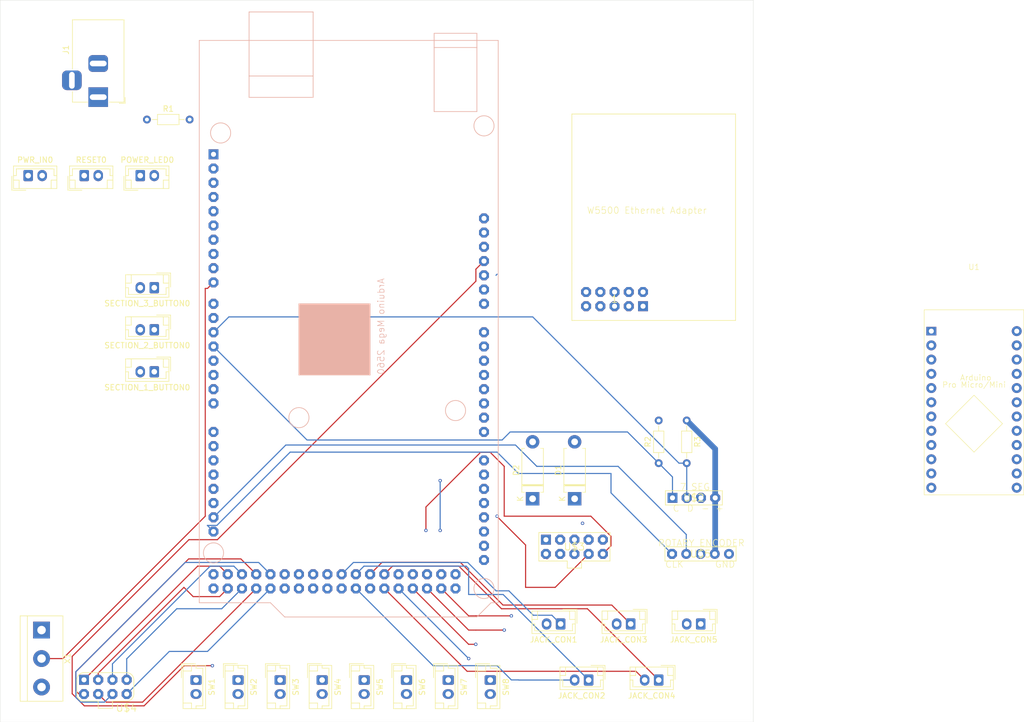
<source format=kicad_pcb>
(kicad_pcb (version 20240108) (generator "pcbnew") (generator_version "8.0")
  (layers (0 "F.Cu" signal) (1 "In1.Cu" signal) (2 "In2.Cu" signal) (31 "B.Cu" signal) (34 "B.Paste" user) (35 "F.Paste" user) (36 "B.SilkS" user "B.Silkscreen") (37 "F.SilkS" user "F.Silkscreen") (38 "B.Mask" user) (39 "F.Mask" user) (44 "Edge.Cuts" user))
  (net 0 "")
  (net 1 "/5V")
  (net 2 "Net-(D1-K)")
  (net 3 "Net-(D2-K)")
  (net 4 "/3V3")
  (net 5 "/RAW_IN")
  (net 7 "GND")
  (net 8 "Net-(JACK_CON1A-S)")
  (net 9 "Net-(JACK_CON1B-S)")
  (net 10 "Net-(JACK_CON2B-S)")
  (net 11 "Net-(JACK_CON2A-S)")
  (net 12 "Net-(JACK_CON3A-S)")
  (net 13 "Net-(JACK_CON3B-S)")
  (net 14 "Net-(JACK_CON4A-S)")
  (net 15 "Net-(JACK_CON4B-S)")
  (net 16 "Net-(JACK_CON5B-S)")
  (net 17 "Net-(JACK_CON5A-S)")
  (net 18 "Net-(POWER_LED0B-S)")
  (net 19 "Net-(R2-Pad1)")
  (net 20 "Net-(R3-Pad2)")
  (net 21 "/RESET")
  (net 22 "Net-(SECTION_1_BUTTON0A-KL)")
  (net 23 "Net-(SECTION_2_BUTTON0A-KL)")
  (net 24 "Net-(SECTION_3_BUTTON0A-KL)")
  (net 25 "Net-(SW1A-S)")
  (net 26 "Net-(SW2A-S)")
  (net 27 "Net-(SW3A-S)")
  (net 28 "Net-(SW4A-S)")
  (net 29 "Net-(SW5A-S)")
  (net 30 "Net-(SW6A-S)")
  (net 31 "Net-(SW7A-S)")
  (net 32 "Net-(SW8A-S)")
  (net 38 "Net-(U1-TXD)")
  (net 39 "/SCK")
  (net 41 "/MOSI")
  (net 45 "/D48")
  (net 48 "/D21")
  (net 49 "Net-(U$1-5V-Pad5V@1)")
  (net 50 "/D53")
  (net 51 "Net-(U$1-PadD25)")
  (net 52 "/D29")
  (net 53 "/MISO")
  (net 55 "Net-(U$1-PadD20)")
  (net 56 "Net-(U$1-PadD28)")
  (net 61 "/D2")
  (net 63 "Net-(U$1-PadD26)")
  (net 64 "Net-(U$1-PadD24)")
  (net 66 "Net-(U$1-PadD49)")
  (net 67 "Net-(U$1-PadD22)")
  (net 68 "Net-(U$1-PadD23)")
  (net 69 "Net-(X1B-KL)")
  (net 83 "Net-(U$1-PadD27)")
  (net 87 "Net-(U1-RXI)")
  (net 102 "Net-(U1-10)")
  (net 103 "Net-(U1-11)")
  (net 104 "Net-(U1-13)")
  (net 105 "Net-(U1-12)")
  (footprint "main:7_SEG_DISPLAY" (layer "F.Cu") (at 188.77 125)
    (property "Reference" "U$2")
    (property "Value" "7_SEG_DISPLAY")
  )
  (footprint "Connector_BarrelJack:BarrelJack_Horizontal" (layer "F.Cu") (at 82.5 53.5 -90)
    (property "Reference" "J1")
    (property "Value" "DCJ0303")
  )
  (footprint "Connector_JST:JST_EH_B2B-EH-A_1x02_P2.50mm_Vertical" (layer "F.Cu") (at 137.5 157.5 -90)
    (property "Reference" "SW6")
    (property "Value" "L02P")
  )
  (footprint "Connector_JST:JST_EH_B2B-EH-A_1x02_P2.50mm_Vertical" (layer "F.Cu") (at 122.45 157.5 -90)
    (property "Reference" "SW4")
    (property "Value" "L02P")
  )
  (footprint "Connector_JST:JST_EH_B2B-EH-A_1x02_P2.50mm_Vertical" (layer "F.Cu") (at 99.95 157.5 -90)
    (property "Reference" "SW1")
    (property "Value" "L02P")
  )
  (footprint "Resistor_THT:R_Axial_DIN0204_L3.6mm_D1.6mm_P7.62mm_Horizontal" (layer "F.Cu") (at 182.5 118.81 90)
    (property "Reference" "R2")
    (property "Value" "FLIPFLOP-RES")
  )
  (footprint "main:ETHERNET_ADAPTER" (layer "F.Cu") (at 174.625 89.535 180)
    (property "Reference" "1")
    (property "Value" "~")
  )
  (footprint "Connector_JST:JST_EH_B2B-EH-A_1x02_P2.50mm_Vertical" (layer "F.Cu") (at 90 67.5)
    (property "Reference" "POWER_LED0")
    (property "Value" "L02P")
  )
  (footprint "Connector_JST:JST_EH_B2B-EH-A_1x02_P2.50mm_Vertical" (layer "F.Cu") (at 177.5 147.5 180)
    (property "Reference" "JACK_CON3")
    (property "Value" "L02P")
  )
  (footprint "Connector_JST:JST_EH_B2B-EH-A_1x02_P2.50mm_Vertical" (layer "F.Cu") (at 165 147.5 180)
    (property "Reference" "JACK_CON1")
    (property "Value" "L02P")
  )
  (footprint "main:SPI_HEADER_RIBBON_CONNECTOR" (layer "F.Cu") (at 167.46 133.73)
    (property "Reference" "U$3")
    (property "Value" "SPI_HEADERSPI_HEADER_RIBBON_CONNECTOR")
  )
  (footprint "Connector_JST:JST_EH_B2B-EH-A_1x02_P2.50mm_Vertical" (layer "F.Cu") (at 92.5 95 180)
    (property "Reference" "SECTION_2_BUTTON0")
    (property "Value" "W237-102")
  )
  (footprint "Connector_JST:JST_EH_B2B-EH-A_1x02_P2.50mm_Vertical" (layer "F.Cu") (at 129.95 157.5 -90)
    (property "Reference" "SW5")
    (property "Value" "L02P")
  )
  (footprint "Connector_JST:JST_EH_B2B-EH-A_1x02_P2.50mm_Vertical" (layer "F.Cu") (at 80 67.5)
    (property "Reference" "RESET0")
    (property "Value" "L02P")
  )
  (footprint "Connector_JST:JST_EH_B2B-EH-A_1x02_P2.50mm_Vertical" (layer "F.Cu") (at 70 67.5)
    (property "Reference" "PWR_IN0")
    (property "Value" "L02P")
  )
  (footprint "Diode_THT:D_DO-15_P10.16mm_Horizontal" (layer "F.Cu") (at 160 125.16 90)
    (property "Reference" "D2")
    (property "Value" "D")
  )
  (footprint "Connector_JST:JST_EH_B2B-EH-A_1x02_P2.50mm_Vertical" (layer "F.Cu") (at 114.95 157.5 -90)
    (property "Reference" "SW3")
    (property "Value" "L02P")
  )
  (footprint "Connector_JST:JST_EH_B2B-EH-A_1x02_P2.50mm_Vertical" (layer "F.Cu") (at 190 147.5 180)
    (property "Reference" "JACK_CON5")
    (property "Value" "L02P")
  )
  (footprint "Connector_JST:JST_EH_B2B-EH-A_1x02_P2.50mm_Vertical" (layer "F.Cu") (at 107.45 157.5 -90)
    (property "Reference" "SW2")
    (property "Value" "L02P")
  )
  (footprint "Resistor_THT:R_Axial_DIN0204_L3.6mm_D1.6mm_P7.62mm_Horizontal" (layer "F.Cu") (at 91.19 57.5)
    (property "Reference" "R1")
    (property "Value" "FLIPFLOP-RES")
  )
  (footprint "Connector_JST:JST_EH_B2B-EH-A_1x02_P2.50mm_Vertical" (layer "F.Cu") (at 152.45 157.5 -90)
    (property "Reference" "SW8")
    (property "Value" "L02P")
  )
  (footprint "main:BUTTON_GRID_HEADER_RIBBON_CONNECTOR" (layer "F.Cu") (at 83.77 158.73)
    (property "Reference" "U$4")
    (property "Value" "BUTTON_GRID_HEADER")
  )
  (footprint "Connector_JST:JST_EH_B2B-EH-A_1x02_P2.50mm_Vertical" (layer "F.Cu") (at 144.95 157.5 -90)
    (property "Reference" "SW7")
    (property "Value" "L02P")
  )
  (footprint "TerminalBlock:TerminalBlock_bornier-3_P5.08mm" (layer "F.Cu") (at 72.39 148.59 -90)
    (property "Reference" "X1")
    (property "Value" "W237-103")
  )
  (footprint "main:ARDUINO_MEGA_MIRROR" (layer "F.Cu") (at 128.4685 95.45)
    (property "Reference" "U$1")
    (property "Value" "ARDUINO_MEGAMIRROR")
  )
  (footprint "Connector_JST:JST_EH_B2B-EH-A_1x02_P2.50mm_Vertical" (layer "F.Cu") (at 170 157.5 180)
    (property "Reference" "JACK_CON2")
    (property "Value" "L02P")
  )
  (footprint "Connector_JST:JST_EH_B2B-EH-A_1x02_P2.50mm_Vertical" (layer "F.Cu") (at 92.5 102.5 180)
    (property "Reference" "SECTION_1_BUTTON0")
    (property "Value" "W237-102")
  )
  (footprint "Subsystem Main Extra Symbols:Arduino Pro Micro (Mini)" (layer "F.Cu") (at 238.76 106.68)
    (property "Reference" "U1")
    (property "Value" "~")
  )
  (footprint "Connector_JST:JST_EH_B2B-EH-A_1x02_P2.50mm_Vertical" (layer "F.Cu") (at 182.5 157.5 180)
    (property "Reference" "JACK_CON4")
    (property "Value" "L02P")
  )
  (footprint "Resistor_THT:R_Axial_DIN0204_L3.6mm_D1.6mm_P7.62mm_Horizontal" (layer "F.Cu") (at 187.5 111.19 -90)
    (property "Reference" "R3")
    (property "Value" "FLIPFLOP-RES")
  )
  (footprint "main:ROTARY_ENCODER" (layer "F.Cu") (at 189.96 135)
    (property "Reference" "U$5")
    (property "Value" "ROTARY_ENCODER")
  )
  (footprint "Connector_JST:JST_EH_B2B-EH-A_1x02_P2.50mm_Vertical" (layer "F.Cu") (at 92.5 87.5 180)
    (property "Reference" "SECTION_3_BUTTON0")
    (property "Value" "W237-102")
  )
  (footprint "Diode_THT:D_DO-15_P10.16mm_Horizontal" (layer "F.Cu") (at 167.5 125.16 90)
    (property "Reference" "D1")
    (property "Value" "D")
  )
  (gr_rect (start 65 36.195) (end 199.39 165) (stroke (width 0.05)) (fill none) (layer "Edge.Cuts"))
  (segment (start 188.015 111.705) (end 192.58 116.27) (width 1.016) (layer "B.Cu") (net 1))
  (segment (start 192.58 116.27) (end 192.58 125) (width 1.016) (layer "B.Cu") (net 1))
  (segment (start 187.5 111.19) (end 188.015 111.705) (width 1.016) (layer "B.Cu") (net 1))
  (segment (start 192.58 134.92) (end 192.5 135) (width 0.635) (layer "B.Cu") (net 1))
  (segment (start 192.58 125) (end 192.58 134.92) (width 1.016) (layer "B.Cu") (net 1))
  (segment (start 151.3285 85.29) (end 151.13 85.0915) (width 0.2) (layer "B.Cu") (net 7))
  (segment (start 153.47 85.29) (end 153.67 85.09) (width 0.2) (layer "B.Cu") (net 7))
  (segment (start 151.13 85.0915) (end 151.13 85.09) (width 0.2) (layer "B.Cu") (net 7))
  (segment (start 148.430341 136.5266) (end 128.0319 136.5266) (width 0.2) (layer "B.Cu") (net 8))
  (segment (start 165 147.5) (end 163.4428 145.9428) (width 0.2) (layer "B.Cu") (net 8))
  (segment (start 155.7672 141.5828) (end 153.486541 141.5828) (width 0.2) (layer "B.Cu") (net 8))
  (segment (start 128.0319 136.5266) (end 125.9285 138.63) (width 0.2) (layer "B.Cu") (net 8))
  (segment (start 153.486541 141.5828) (end 148.430341 136.5266) (width 0.2) (layer "B.Cu") (net 8))
  (segment (start 160.1272 145.9428) (end 155.7672 141.5828) (width 0.2) (layer "B.Cu") (net 8))
  (segment (start 163.4428 145.9428) (end 160.1272 145.9428) (width 0.2) (layer "B.Cu") (net 8))
  (segment (start 125.9285 141.17) (end 125.73 140.9715) (width 0.2) (layer "B.Cu") (net 9))
  (segment (start 125.73 140.97) (end 125.73 140.9715) (width 0.2) (layer "B.Cu") (net 9))
  (segment (start 129.9162 142.6162) (end 142.24 154.94) (width 0.2) (layer "B.Cu") (net 10))
  (segment (start 156.21 157.48) (end 157.48 157.48) (width 0.2) (layer "B.Cu") (net 10))
  (segment (start 142.24 154.94) (end 153.67 154.94) (width 0.2) (layer "B.Cu") (net 10))
  (segment (start 129.9147 142.6162) (end 129.9162 142.6162) (width 0.2) (layer "B.Cu") (net 10))
  (segment (start 128.4685 141.17) (end 129.9147 142.6162) (width 0.2) (layer "B.Cu") (net 10))
  (segment (start 153.67 154.94) (end 156.21 157.48) (width 0.2) (layer "B.Cu") (net 10))
  (segment (start 157.48 157.48) (end 157.5 157.5) (width 0.2) (layer "B.Cu") (net 10))
  (segment (start 157.5 157.5) (end 167.5 157.5) (width 0.2) (layer "B.Cu") (net 10))
  (segment (start 148.59 142.24) (end 148.59 137.615681) (width 0.2) (layer "B.Cu") (net 11))
  (segment (start 148.158119 137.1838) (end 129.9147 137.1838) (width 0.2) (layer "B.Cu") (net 11))
  (segment (start 129.9147 137.1838) (end 128.4685 138.63) (width 0.2) (layer "B.Cu") (net 11))
  (segment (start 170 157.5) (end 154.74 142.24) (width 0.2) (layer "B.Cu") (net 11))
  (segment (start 148.59 137.615681) (end 148.158119 137.1838) (width 0.2) (layer "B.Cu") (net 11))
  (segment (start 154.74 142.24) (end 148.59 142.24) (width 0.2) (layer "B.Cu") (net 11))
  (segment (start 154.715958 144.1228) (end 147.095958 136.5028) (width 0.2) (layer "F.Cu") (net 12))
  (segment (start 133.1357 136.5028) (end 131.0085 138.63) (width 0.2) (layer "F.Cu") (net 12))
  (segment (start 174.1228 144.1228) (end 154.715958 144.1228) (width 0.2) (layer "F.Cu") (net 12))
  (segment (start 177.5 147.5) (end 174.1228 144.1228) (width 0.2) (layer "F.Cu") (net 12))
  (segment (start 147.095958 136.5028) (end 133.1357 136.5028) (width 0.2) (layer "F.Cu") (net 12))
  (segment (start 131.0085 141.17) (end 131.0085 141.1685) (width 0.2) (layer "F.Cu") (net 13))
  (segment (start 131.0085 141.1685) (end 130.81 140.97) (width 0.2) (layer "F.Cu") (net 13))
  (segment (start 146.823736 137.16) (end 135.0185 137.16) (width 0.2) (layer "F.Cu") (net 14))
  (segment (start 169.78 144.78) (end 154.443736 144.78) (width 0.2) (layer "F.Cu") (net 14))
  (segment (start 182.5 157.5) (end 169.78 144.78) (width 0.2) (layer "F.Cu") (net 14))
  (segment (start 135.0185 137.16) (end 133.5485 138.63) (width 0.2) (layer "F.Cu") (net 14))
  (segment (start 154.443736 144.78) (end 146.823736 137.16) (width 0.2) (layer "F.Cu") (net 14))
  (segment (start 133.5485 141.17) (end 148.3213 155.9428) (width 0.2) (layer "F.Cu") (net 15))
  (segment (start 178.4428 155.9428) (end 180 157.5) (width 0.2) (layer "F.Cu") (net 15))
  (segment (start 148.3213 155.9428) (end 178.4428 155.9428) (width 0.2) (layer "F.Cu") (net 15))
  (segment (start 187.5 147.5) (end 187.78 147.5) (width 0.2) (layer "F.Cu") (net 16))
  (segment (start 187.78 147.5) (end 187.96 147.32) (width 0.2) (layer "F.Cu") (net 16))
  (via (at 148.59 153.67) (size 0.6) (drill 0.3) (layers "F.Cu" "B.Cu") (net 16))
  (segment (start 148.59 153.67) (end 148.5885 153.67) (width 0.2) (layer "B.Cu") (net 16))
  (segment (start 148.5885 153.67) (end 136.0885 141.17) (width 0.2) (layer "B.Cu") (net 16))
  (segment (start 190 147.5) (end 190.32 147.5) (width 0.2) (layer "B.Cu") (net 17))
  (segment (start 190.32 147.5) (end 190.5 147.32) (width 0.2) (layer "B.Cu") (net 17))
  (segment (start 119.7547 114.6762) (end 154.5638 114.6762) (width 0.2) (layer "B.Cu") (net 19))
  (segment (start 176.9328 113.2428) (end 182.5 118.81) (width 0.2) (layer "B.Cu") (net 19))
  (segment (start 184.96 121.27) (end 184.96 125) (width 0.2) (layer "B.Cu") (net 19))
  (segment (start 103.0685 97.99) (end 119.7547 114.6762) (width 0.2) (layer "B.Cu") (net 19))
  (segment (start 154.5638 114.6762) (end 155.9972 113.2428) (width 0.2) (layer "B.Cu") (net 19))
  (segment (start 155.9972 113.2428) (end 176.9328 113.2428) (width 0.2) (layer "B.Cu") (net 19))
  (segment (start 182.5 118.81) (end 184.96 121.27) (width 0.2) (layer "B.Cu") (net 19))
  (segment (start 187.5 118.81) (end 187.5 125) (width 0.2) (layer "B.Cu") (net 20))
  (segment (start 160.02 92.71) (end 186.12 118.81) (width 0.2) (layer "B.Cu") (net 20))
  (segment (start 186.12 118.81) (end 187.5 118.81) (width 0.2) (layer "B.Cu") (net 20))
  (segment (start 105.8085 92.71) (end 160.02 92.71) (width 0.2) (layer "B.Cu") (net 20))
  (segment (start 103.0685 95.45) (end 105.8085 92.71) (width 0.2) (layer "B.Cu") (net 20))
  (segment (start 137.5 157.5) (end 137.45 157.5) (width 0.2) (layer "F.Cu") (net 30))
  (via (at 143.51 121.92) (size 0.6) (drill 0.3) (layers "F.Cu" "B.Cu") (net 39))
  (via (at 168.91 129.54) (size 0.6) (drill 0.3) (layers "F.Cu" "B.Cu") (net 39))
  (via (at 143.51 130.81) (size 0.6) (drill 0.3) (layers "F.Cu" "B.Cu") (net 39))
  (segment (start 143.51 130.81) (end 143.51 121.92) (width 0.2) (layer "B.Cu") (net 39))
  (segment (start 141.1685 141.17) (end 148.5885 148.59) (width 0.2) (layer "F.Cu") (net 41))
  (segment (start 148.5885 148.59) (end 149.86 148.59) (width 0.2) (layer "F.Cu") (net 41))
  (segment (start 149.86 148.59) (end 154.94 148.59) (width 0.2) (layer "F.Cu") (net 41))
  (via (at 154.94 148.59) (size 0.6) (drill 0.3) (layers "F.Cu" "B.Cu") (net 41))
  (segment (start 153.67 128.27) (end 153.67 128.335236) (width 0.2) (layer "F.Cu") (net 45))
  (segment (start 153.67 128.335236) (end 158.75 133.415236) (width 0.2) (layer "F.Cu") (net 45))
  (segment (start 158.75 140.97) (end 164.03 140.97) (width 0.2) (layer "F.Cu") (net 45))
  (segment (start 158.75 133.415236) (end 158.75 140.97) (width 0.2) (layer "F.Cu") (net 45))
  (segment (start 164.03 140.97) (end 170 135) (width 0.2) (layer "F.Cu") (net 45))
  (via (at 153.67 128.27) (size 0.6) (drill 0.3) (layers "F.Cu" "B.Cu") (net 45))
  (segment (start 103.667536 129.9162) (end 116.743736 116.84) (width 0.2) (layer "B.Cu") (net 48))
  (segment (start 103.0685 131.01) (end 101.9747 129.9162) (width 0.2) (layer "B.Cu") (net 48))
  (segment (start 157.48 120.65) (end 173.99 120.65) (width 0.2) (layer "B.Cu") (net 48))
  (segment (start 173.99 120.65) (end 173.99 124.11) (width 0.2) (layer "B.Cu") (net 48))
  (segment (start 173.99 124.11) (end 184.88 135) (width 0.2) (layer "B.Cu") (net 48))
  (segment (start 116.743736 116.84) (end 153.67 116.84) (width 0.2) (layer "B.Cu") (net 48))
  (segment (start 153.67 116.84) (end 157.48 120.65) (width 0.2) (layer "B.Cu") (net 48))
  (segment (start 101.9747 129.9162) (end 103.667536 129.9162) (width 0.2) (layer "B.Cu") (net 48))
  (segment (start 149.8823 86.3377) (end 149.8823 84.1962) (width 0.2) (layer "F.Cu") (net 49))
  (segment (start 98.6838 132.4562) (end 103.7638 132.4562) (width 0.2) (layer "F.Cu") (net 49))
  (segment (start 90.684522 162.1034) (end 80.018164 162.1034) (width 0.2) (layer "F.Cu") (net 49))
  (segment (start 149.8823 84.1962) (end 151.3285 82.75) (width 0.2) (layer "F.Cu") (net 49))
  (segment (start 80.018164 162.1034) (end 77.8566 159.941836) (width 0.2) (layer "F.Cu") (net 49))
  (segment (start 102.87 154.94) (end 97.847922 154.94) (width 0.2) (layer "F.Cu") (net 49))
  (segment (start 103.7638 132.4562) (end 149.8823 86.3377) (width 0.2) (layer "F.Cu") (net 49))
  (segment (start 77.8566 153.2834) (end 98.6838 132.4562) (width 0.2) (layer "F.Cu") (net 49))
  (segment (start 77.8566 159.941836) (end 77.8566 153.2834) (width 0.2) (layer "F.Cu") (net 49))
  (segment (start 97.847922 154.94) (end 90.684522 162.1034) (width 0.2) (layer "F.Cu") (net 49))
  (via (at 102.87 154.94) (size 0.6) (drill 0.3) (layers "F.Cu" "B.Cu") (net 49))
  (segment (start 149.86 146.05) (end 156.21 146.05) (width 0.2) (layer "F.Cu") (net 50))
  (segment (start 143.7085 141.17) (end 148.5885 146.05) (width 0.2) (layer "F.Cu") (net 50))
  (segment (start 148.5885 146.05) (end 149.86 146.05) (width 0.2) (layer "F.Cu") (net 50))
  (via (at 156.21 146.05) (size 0.6) (drill 0.3) (layers "F.Cu" "B.Cu") (net 50))
  (segment (start 87.58 157.46) (end 87.58 153.72) (width 0.2) (layer "B.Cu") (net 51))
  (segment (start 87.58 153.72) (end 96.52 144.78) (width 0.2) (layer "B.Cu") (net 51))
  (segment (start 104.5385 144.78) (end 108.1485 141.17) (width 0.2) (layer "B.Cu") (net 51))
  (segment (start 96.52 144.78) (end 104.5385 144.78) (width 0.2) (layer "B.Cu") (net 51))
  (segment (start 95.18 152.4) (end 101.9985 152.4) (width 0.2) (layer "B.Cu") (net 52))
  (segment (start 101.9985 152.4) (end 113.2285 141.17) (width 0.2) (layer "B.Cu") (net 52))
  (segment (start 87.58 160) (end 95.18 152.4) (width 0.2) (layer "B.Cu") (net 52))
  (segment (start 140.97 126.623264) (end 150.729464 116.8638) (width 0.2) (layer "F.Cu") (net 53))
  (segment (start 170.395236 128.27) (end 173.9862 131.860964) (width 0.2) (layer "F.Cu") (net 53))
  (segment (start 140.97 130.81) (end 140.97 126.623264) (width 0.2) (layer "F.Cu") (net 53))
  (segment (start 154.94 128.27) (end 170.395236 128.27) (width 0.2) (layer "F.Cu") (net 53))
  (segment (start 152.4238 116.8638) (end 154.94 119.38) (width 0.2) (layer "F.Cu") (net 53))
  (segment (start 173.9862 133.5538) (end 172.54 135) (width 0.2) (layer "F.Cu") (net 53))
  (segment (start 150.729464 116.8638) (end 152.4238 116.8638) (width 0.2) (layer "F.Cu") (net 53))
  (segment (start 154.94 119.38) (end 154.94 128.27) (width 0.2) (layer "F.Cu") (net 53))
  (segment (start 173.9862 131.860964) (end 173.9862 133.5538) (width 0.2) (layer "F.Cu") (net 53))
  (via (at 140.97 130.81) (size 0.6) (drill 0.3) (layers "F.Cu" "B.Cu") (net 53))
  (segment (start 103.0685 128.47) (end 115.9685 115.57) (width 0.2) (layer "B.Cu") (net 55))
  (segment (start 175.26 119.38) (end 187.42 131.54) (width 0.2) (layer "B.Cu") (net 55))
  (segment (start 115.9685 115.57) (end 156.944943 115.57) (width 0.2) (layer "B.Cu") (net 55))
  (segment (start 156.944943 115.57) (end 160.754943 119.38) (width 0.2) (layer "B.Cu") (net 55))
  (segment (start 187.42 131.54) (end 187.42 135) (width 0.2) (layer "B.Cu") (net 55))
  (segment (start 160.754943 119.38) (end 175.26 119.38) (width 0.2) (layer "B.Cu") (net 55))
  (segment (start 98.001 136.5266) (end 111.1251 136.5266) (width 0.2) (layer "B.Cu") (net 56))
  (segment (start 111.1251 136.5266) (end 113.2285 138.63) (width 0.2) (layer "B.Cu") (net 56))
  (segment (start 83.5938 161.4462) (end 79.360964 161.4462) (width 0.2) (layer "B.Cu") (net 56))
  (segment (start 78.5138 156.0138) (end 98.001 136.5266) (width 0.2) (layer "B.Cu") (net 56))
  (segment (start 78.5138 160.599036) (end 78.5138 156.0138) (width 0.2) (layer "B.Cu") (net 56))
  (segment (start 79.360964 161.4462) (end 78.5138 160.599036) (width 0.2) (layer "B.Cu") (net 56))
  (segment (start 85.04 160) (end 83.5938 161.4462) (width 0.2) (layer "B.Cu") (net 56))
  (segment (start 162.56 135.18) (end 162.38 135) (width 0.2) (layer "F.Cu") (net 61))
  (segment (start 162.56 135.18) (end 162.56 135.89) (width 0.2) (layer "F.Cu") (net 61))
  (segment (start 107.9485 135.89) (end 110.6885 138.63) (width 0.2) (layer "F.Cu") (net 63))
  (segment (start 78.5138 159.4428) (end 78.5138 156.0138) (width 0.2) (layer "F.Cu") (net 63))
  (segment (start 78.5138 156.0138) (end 98.6376 135.89) (width 0.2) (layer "F.Cu") (net 63))
  (segment (start 79.071 160) (end 78.5138 159.4428) (width 0.2) (layer "F.Cu") (net 63))
  (segment (start 98.6376 135.89) (end 107.9485 135.89) (width 0.2) (layer "F.Cu") (net 63))
  (segment (start 79.96 160) (end 79.071 160) (width 0.2) (layer "F.Cu") (net 63))
  (segment (start 79.99 160) (end 80.01 160.02) (width 0.2) (layer "B.Cu") (net 63))
  (segment (start 79.99 160) (end 79.96 160) (width 0.2) (layer "B.Cu") (net 63))
  (segment (start 85.07 157.46) (end 85.09 157.48) (width 0.2) (layer "F.Cu") (net 64))
  (segment (start 85.07 157.46) (end 85.04 157.46) (width 0.2) (layer "F.Cu") (net 64))
  (segment (start 85.04 157.46) (end 85.04 154.613264) (width 0.2) (layer "B.Cu") (net 64))
  (segment (start 106.7023 137.1838) (end 108.1485 138.63) (width 0.2) (layer "B.Cu") (net 64))
  (segment (start 85.04 154.613264) (end 102.469464 137.1838) (width 0.2) (layer "B.Cu") (net 64))
  (segment (start 102.469464 137.1838) (end 106.7023 137.1838) (width 0.2) (layer "B.Cu") (net 64))
  (segment (start 148.5885 151.13) (end 149.86 151.13) (width 0.2) (layer "F.Cu") (net 66))
  (segment (start 138.6285 141.17) (end 148.5885 151.13) (width 0.2) (layer "F.Cu") (net 66))
  (via (at 149.86 151.13) (size 0.6) (drill 0.3) (layers "F.Cu" "B.Cu") (net 66))
  (segment (start 79.96 157.46) (end 79.99 157.46) (width 0.2) (layer "F.Cu") (net 67))
  (segment (start 104.1623 137.1838) (end 105.6085 138.63) (width 0.2) (layer "F.Cu") (net 67))
  (segment (start 79.99 157.46) (end 80.01 157.48) (width 0.2) (layer "F.Cu") (net 67))
  (segment (start 100.2362 137.1838) (end 104.1623 137.1838) (width 0.2) (layer "F.Cu") (net 67))
  (segment (start 79.96 157.46) (end 100.2362 137.1838) (width 0.2) (layer "F.Cu") (net 67))
  (segment (start 99.4362 142.6162) (end 104.1623 142.6162) (width 0.2) (layer "F.Cu") (net 68))
  (segment (start 104.1623 142.6162) (end 105.6085 141.17) (width 0.2) (layer "F.Cu") (net 68))
  (segment (start 82.5 157.46) (end 82.5 156.26) (width 0.2) (layer "F.Cu") (net 68))
  (segment (start 97.79 140.97) (end 99.4362 142.6162) (width 0.2) (layer "F.Cu") (net 68))
  (segment (start 82.5 156.26) (end 97.79 140.97) (width 0.2) (layer "F.Cu") (net 68))
  (segment (start 76.2 153.67) (end 101.6 128.27) (width 0.2) (layer "F.Cu") (net 69))
  (segment (start 101.6 87.63) (end 101.9985 87.63) (width 0.2) (layer "F.Cu") (net 69))
  (segment (start 101.9985 87.63) (end 103.0685 86.56) (width 0.2) (layer "F.Cu") (net 69))
  (segment (start 101.6 128.27) (end 101.6 87.63) (width 0.2) (layer "F.Cu") (net 69))
  (segment (start 72.39 153.67) (end 76.2 153.67) (width 0.2) (layer "F.Cu") (net 69))
  (segment (start 83.9462 161.4462) (end 90.4123 161.4462) (width 0.2) (layer "F.Cu") (net 83))
  (segment (start 82.5 160) (end 83.9462 161.4462) (width 0.2) (layer "F.Cu") (net 83))
  (segment (start 90.4123 161.4462) (end 110.6885 141.17) (width 0.2) (layer "F.Cu") (net 83))
)
</source>
